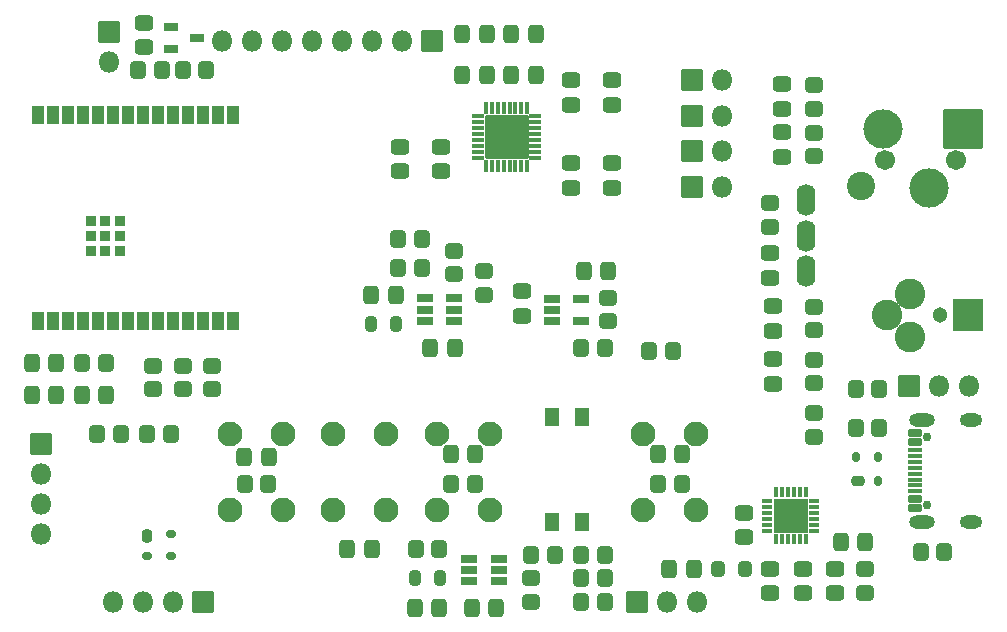
<source format=gbr>
%TF.GenerationSoftware,KiCad,Pcbnew,8.0.9-8.0.9-0~ubuntu24.04.1*%
%TF.CreationDate,2025-02-24T19:38:21+01:00*%
%TF.ProjectId,jack2bluetooth,6a61636b-3262-46c7-9565-746f6f74682e,v3.0*%
%TF.SameCoordinates,Original*%
%TF.FileFunction,Soldermask,Top*%
%TF.FilePolarity,Negative*%
%FSLAX46Y46*%
G04 Gerber Fmt 4.6, Leading zero omitted, Abs format (unit mm)*
G04 Created by KiCad (PCBNEW 8.0.9-8.0.9-0~ubuntu24.04.1) date 2025-02-24 19:38:21*
%MOMM*%
%LPD*%
G01*
G04 APERTURE LIST*
G04 Aperture macros list*
%AMRoundRect*
0 Rectangle with rounded corners*
0 $1 Rounding radius*
0 $2 $3 $4 $5 $6 $7 $8 $9 X,Y pos of 4 corners*
0 Add a 4 corners polygon primitive as box body*
4,1,4,$2,$3,$4,$5,$6,$7,$8,$9,$2,$3,0*
0 Add four circle primitives for the rounded corners*
1,1,$1+$1,$2,$3*
1,1,$1+$1,$4,$5*
1,1,$1+$1,$6,$7*
1,1,$1+$1,$8,$9*
0 Add four rect primitives between the rounded corners*
20,1,$1+$1,$2,$3,$4,$5,0*
20,1,$1+$1,$4,$5,$6,$7,0*
20,1,$1+$1,$6,$7,$8,$9,0*
20,1,$1+$1,$8,$9,$2,$3,0*%
G04 Aperture macros list end*
%ADD10RoundRect,0.271166X0.479634X-0.379634X0.479634X0.379634X-0.479634X0.379634X-0.479634X-0.379634X0*%
%ADD11RoundRect,0.274190X0.301610X0.376610X-0.301610X0.376610X-0.301610X-0.376610X0.301610X-0.376610X0*%
%ADD12RoundRect,0.271166X-0.379634X-0.479634X0.379634X-0.479634X0.379634X0.479634X-0.379634X0.479634X0*%
%ADD13RoundRect,0.271617X0.366683X0.504183X-0.366683X0.504183X-0.366683X-0.504183X0.366683X-0.504183X0*%
%ADD14RoundRect,0.050800X0.425000X-0.150000X0.425000X0.150000X-0.425000X0.150000X-0.425000X-0.150000X0*%
%ADD15RoundRect,0.050800X-0.150000X-0.425000X0.150000X-0.425000X0.150000X0.425000X-0.150000X0.425000X0*%
%ADD16RoundRect,0.050800X-1.775000X-1.775000X1.775000X-1.775000X1.775000X1.775000X-1.775000X1.775000X0*%
%ADD17RoundRect,0.271617X0.504183X-0.366683X0.504183X0.366683X-0.504183X0.366683X-0.504183X-0.366683X0*%
%ADD18RoundRect,0.271166X-0.479634X0.379634X-0.479634X-0.379634X0.479634X-0.379634X0.479634X0.379634X0*%
%ADD19RoundRect,0.050800X0.850000X-0.850000X0.850000X0.850000X-0.850000X0.850000X-0.850000X-0.850000X0*%
%ADD20O,1.801600X1.801600*%
%ADD21RoundRect,0.050800X0.575000X-0.300000X0.575000X0.300000X-0.575000X0.300000X-0.575000X-0.300000X0*%
%ADD22RoundRect,0.271166X0.379634X0.479634X-0.379634X0.479634X-0.379634X-0.479634X0.379634X-0.479634X0*%
%ADD23RoundRect,0.271617X-0.366683X-0.504183X0.366683X-0.504183X0.366683X0.504183X-0.366683X0.504183X0*%
%ADD24RoundRect,0.271617X-0.504183X0.366683X-0.504183X-0.366683X0.504183X-0.366683X0.504183X0.366683X0*%
%ADD25C,0.751600*%
%ADD26RoundRect,0.175400X0.450400X-0.175400X0.450400X0.175400X-0.450400X0.175400X-0.450400X-0.175400X0*%
%ADD27RoundRect,0.100400X0.525400X-0.100400X0.525400X0.100400X-0.525400X0.100400X-0.525400X-0.100400X0*%
%ADD28O,2.201600X1.101600*%
%ADD29O,1.901600X1.101600*%
%ADD30RoundRect,0.244150X-0.244150X-0.406650X0.244150X-0.406650X0.244150X0.406650X-0.244150X0.406650X0*%
%ADD31C,1.701600*%
%ADD32RoundRect,0.050800X1.612500X1.612500X-1.612500X1.612500X-1.612500X-1.612500X1.612500X-1.612500X0*%
%ADD33C,3.326600*%
%ADD34C,2.396600*%
%ADD35RoundRect,0.050800X0.550000X0.750000X-0.550000X0.750000X-0.550000X-0.750000X0.550000X-0.750000X0*%
%ADD36RoundRect,0.050800X0.625000X-0.300000X0.625000X0.300000X-0.625000X0.300000X-0.625000X-0.300000X0*%
%ADD37RoundRect,0.200400X0.350400X-0.200400X0.350400X0.200400X-0.350400X0.200400X-0.350400X-0.200400X0*%
%ADD38RoundRect,0.175400X0.175400X-0.225400X0.175400X0.225400X-0.175400X0.225400X-0.175400X-0.225400X0*%
%ADD39RoundRect,0.050800X-0.400000X0.150000X-0.400000X-0.150000X0.400000X-0.150000X0.400000X0.150000X0*%
%ADD40RoundRect,0.050800X0.150000X0.400000X-0.150000X0.400000X-0.150000X-0.400000X0.150000X-0.400000X0*%
%ADD41RoundRect,0.050800X1.400000X1.400000X-1.400000X1.400000X-1.400000X-1.400000X1.400000X-1.400000X0*%
%ADD42C,2.101600*%
%ADD43RoundRect,0.050800X-0.850000X0.850000X-0.850000X-0.850000X0.850000X-0.850000X0.850000X0.850000X0*%
%ADD44RoundRect,0.050800X-0.850000X-0.850000X0.850000X-0.850000X0.850000X0.850000X-0.850000X0.850000X0*%
%ADD45RoundRect,0.200400X-0.200400X-0.350400X0.200400X-0.350400X0.200400X0.350400X-0.200400X0.350400X0*%
%ADD46RoundRect,0.175400X-0.225400X-0.175400X0.225400X-0.175400X0.225400X0.175400X-0.225400X0.175400X0*%
%ADD47RoundRect,0.050800X0.450000X0.750000X-0.450000X0.750000X-0.450000X-0.750000X0.450000X-0.750000X0*%
%ADD48RoundRect,0.050800X0.400000X0.400000X-0.400000X0.400000X-0.400000X-0.400000X0.400000X-0.400000X0*%
%ADD49C,1.301600*%
%ADD50RoundRect,0.050800X1.250000X1.275000X-1.250000X1.275000X-1.250000X-1.275000X1.250000X-1.275000X0*%
%ADD51C,2.601600*%
%ADD52RoundRect,0.050800X0.600000X-0.300000X0.600000X0.300000X-0.600000X0.300000X-0.600000X-0.300000X0*%
%ADD53O,1.601600X2.701600*%
%ADD54RoundRect,0.050800X0.850000X0.850000X-0.850000X0.850000X-0.850000X-0.850000X0.850000X-0.850000X0*%
G04 APERTURE END LIST*
D10*
%TO.C,R37*%
X196750000Y-124750000D03*
X196750000Y-122750000D03*
%TD*%
D11*
%TO.C,L1*%
X218900000Y-148000000D03*
X216600000Y-148000000D03*
%TD*%
D12*
%TO.C,R3*%
X211500000Y-140750000D03*
X213500000Y-140750000D03*
%TD*%
D13*
%TO.C,C7*%
X197000000Y-106150000D03*
X194925000Y-106150000D03*
%TD*%
D14*
%TO.C,IC1*%
X196230000Y-109650000D03*
X196230000Y-110150000D03*
X196230000Y-110650000D03*
X196230000Y-111150000D03*
X196230000Y-111650000D03*
X196230000Y-112150000D03*
X196230000Y-112650000D03*
X196230000Y-113150000D03*
D15*
X196930000Y-113850000D03*
X197430000Y-113850000D03*
X197930000Y-113850000D03*
X198430000Y-113850000D03*
X198930000Y-113850000D03*
X199430000Y-113850000D03*
X199930000Y-113850000D03*
X200430000Y-113850000D03*
D14*
X201130000Y-113150000D03*
X201130000Y-112650000D03*
X201130000Y-112150000D03*
X201130000Y-111650000D03*
X201130000Y-111150000D03*
X201130000Y-110650000D03*
X201130000Y-110150000D03*
X201130000Y-109650000D03*
D15*
X200430000Y-108950000D03*
X199930000Y-108950000D03*
X199430000Y-108950000D03*
X198930000Y-108950000D03*
X198430000Y-108950000D03*
X197930000Y-108950000D03*
X197430000Y-108950000D03*
X196930000Y-108950000D03*
D16*
X198680000Y-111400000D03*
%TD*%
D13*
%TO.C,C32*%
X194287500Y-129250000D03*
X192212500Y-129250000D03*
%TD*%
D17*
%TO.C,C8*%
X221250000Y-127787500D03*
X221250000Y-125712500D03*
%TD*%
%TO.C,C18*%
X207630000Y-108650000D03*
X207630000Y-106575000D03*
%TD*%
D18*
%TO.C,R10*%
X224750000Y-130250000D03*
X224750000Y-132250000D03*
%TD*%
D13*
%TO.C,C4*%
X197000000Y-102650000D03*
X194925000Y-102650000D03*
%TD*%
D18*
%TO.C,R9*%
X224712500Y-125750000D03*
X224712500Y-127750000D03*
%TD*%
D19*
%TO.C,JP5*%
X214400000Y-115600000D03*
D20*
X216940000Y-115600000D03*
%TD*%
D21*
%TO.C,Q1*%
X170300000Y-102040000D03*
X170300000Y-103960000D03*
X172500000Y-103000000D03*
%TD*%
D22*
%TO.C,R39*%
X202750000Y-146750000D03*
X200750000Y-146750000D03*
%TD*%
D23*
%TO.C,C30*%
X162712500Y-133250000D03*
X164787500Y-133250000D03*
%TD*%
D17*
%TO.C,C9*%
X221250000Y-132287500D03*
X221250000Y-130212500D03*
%TD*%
%TO.C,C16*%
X223750000Y-150037500D03*
X223750000Y-147962500D03*
%TD*%
D10*
%TO.C,R4*%
X224750000Y-136750000D03*
X224750000Y-134750000D03*
%TD*%
D17*
%TO.C,C14*%
X204130000Y-108650000D03*
X204130000Y-106575000D03*
%TD*%
D13*
%TO.C,C33*%
X197825000Y-151250000D03*
X195750000Y-151250000D03*
%TD*%
D17*
%TO.C,C11*%
X168000000Y-103787500D03*
X168000000Y-101712500D03*
%TD*%
D12*
%TO.C,R1*%
X176500000Y-140750000D03*
X178500000Y-140750000D03*
%TD*%
D17*
%TO.C,C26*%
X218750000Y-145287500D03*
X218750000Y-143212500D03*
%TD*%
D24*
%TO.C,C21*%
X222000000Y-111000000D03*
X222000000Y-113075000D03*
%TD*%
D22*
%TO.C,R14*%
X207000000Y-150750000D03*
X205000000Y-150750000D03*
%TD*%
D12*
%TO.C,R23*%
X210750000Y-129500000D03*
X212750000Y-129500000D03*
%TD*%
D22*
%TO.C,R38*%
X207000000Y-146750000D03*
X205000000Y-146750000D03*
%TD*%
D24*
%TO.C,C25*%
X221000000Y-121212500D03*
X221000000Y-123287500D03*
%TD*%
D25*
%TO.C,J2*%
X234320000Y-142530000D03*
X234320000Y-136750000D03*
D26*
X233245000Y-142840000D03*
X233245000Y-142040000D03*
D27*
X233245000Y-140890000D03*
X233245000Y-139890000D03*
X233245000Y-139390000D03*
X233245000Y-138390000D03*
D26*
X233245000Y-137240000D03*
X233245000Y-136440000D03*
X233245000Y-136440000D03*
X233245000Y-137240000D03*
D27*
X233245000Y-137890000D03*
X233245000Y-138890000D03*
X233245000Y-140390000D03*
X233245000Y-141390000D03*
D26*
X233245000Y-142040000D03*
X233245000Y-142840000D03*
D28*
X233820000Y-143960000D03*
D29*
X238000000Y-143960000D03*
D28*
X233820000Y-135320000D03*
D29*
X238000000Y-135320000D03*
%TD*%
D23*
%TO.C,C3*%
X211462500Y-138250000D03*
X213537500Y-138250000D03*
%TD*%
D24*
%TO.C,C19*%
X207630000Y-113612500D03*
X207630000Y-115687500D03*
%TD*%
D10*
%TO.C,R15*%
X229000000Y-150000000D03*
X229000000Y-148000000D03*
%TD*%
D30*
%TO.C,L3*%
X190937500Y-148750000D03*
X193062500Y-148750000D03*
%TD*%
D22*
%TO.C,R6*%
X235750000Y-146500000D03*
X233750000Y-146500000D03*
%TD*%
D31*
%TO.C,J4*%
X236750000Y-113350000D03*
X230750000Y-113350000D03*
D32*
X237350000Y-110750000D03*
D33*
X230550000Y-110750000D03*
X234450000Y-115750000D03*
D34*
X228650000Y-115550000D03*
%TD*%
D23*
%TO.C,C37*%
X190925000Y-151250000D03*
X193000000Y-151250000D03*
%TD*%
D17*
%TO.C,C6*%
X193130000Y-114287500D03*
X193130000Y-112212500D03*
%TD*%
D13*
%TO.C,C12*%
X201167500Y-106150000D03*
X199092500Y-106150000D03*
%TD*%
D22*
%TO.C,R5*%
X230250000Y-136000000D03*
X228250000Y-136000000D03*
%TD*%
D12*
%TO.C,R19*%
X168250000Y-136500000D03*
X170250000Y-136500000D03*
%TD*%
D35*
%TO.C,IC6*%
X205040000Y-135100000D03*
X202500000Y-135100000D03*
X202500000Y-144000000D03*
X205040000Y-144000000D03*
%TD*%
D18*
%TO.C,R36*%
X194250000Y-121000000D03*
X194250000Y-123000000D03*
%TD*%
D22*
%TO.C,R11*%
X191500000Y-122500000D03*
X189500000Y-122500000D03*
%TD*%
D19*
%TO.C,JP3*%
X214400000Y-109600000D03*
D20*
X216940000Y-109600000D03*
%TD*%
D36*
%TO.C,IC4*%
X191750000Y-125050000D03*
X191750000Y-126000000D03*
X191750000Y-126950000D03*
X194250000Y-126950000D03*
X194250000Y-126000000D03*
X194250000Y-125050000D03*
%TD*%
D37*
%TO.C,D5*%
X228450000Y-140500000D03*
D38*
X230150000Y-140500000D03*
X230150000Y-138500000D03*
X228250000Y-138500000D03*
%TD*%
D17*
%TO.C,C20*%
X222000000Y-109000000D03*
X222000000Y-106925000D03*
%TD*%
D22*
%TO.C,R40*%
X193000000Y-146250000D03*
X191000000Y-146250000D03*
%TD*%
D30*
%TO.C,L2*%
X187187500Y-127250000D03*
X189312500Y-127250000D03*
%TD*%
D19*
%TO.C,JP4*%
X214400000Y-112600000D03*
D20*
X216940000Y-112600000D03*
%TD*%
D23*
%TO.C,C17*%
X226962500Y-145712500D03*
X229037500Y-145712500D03*
%TD*%
D39*
%TO.C,IC2*%
X224750000Y-144712500D03*
X224750000Y-144212500D03*
X224750000Y-143712500D03*
X224750000Y-143212500D03*
X224750000Y-142712500D03*
X224750000Y-142212500D03*
D40*
X224000000Y-141462500D03*
X223500000Y-141462500D03*
X223000000Y-141462500D03*
X222500000Y-141462500D03*
X222000000Y-141462500D03*
X221500000Y-141462500D03*
D39*
X220750000Y-142212500D03*
X220750000Y-142712500D03*
X220750000Y-143212500D03*
X220750000Y-143712500D03*
X220750000Y-144212500D03*
X220750000Y-144712500D03*
D40*
X221500000Y-145462500D03*
X222000000Y-145462500D03*
X222500000Y-145462500D03*
X223000000Y-145462500D03*
X223500000Y-145462500D03*
X224000000Y-145462500D03*
D41*
X222750000Y-143462500D03*
%TD*%
D19*
%TO.C,JP1*%
X232725000Y-132500000D03*
D20*
X235265000Y-132500000D03*
X237805000Y-132500000D03*
%TD*%
D19*
%TO.C,JP2*%
X214400000Y-106600000D03*
D20*
X216940000Y-106600000D03*
%TD*%
D18*
%TO.C,R16*%
X224750000Y-107000000D03*
X224750000Y-109000000D03*
%TD*%
D42*
%TO.C,SW6*%
X184000000Y-143000000D03*
X184000000Y-136500000D03*
X188500000Y-143000000D03*
X188500000Y-136500000D03*
%TD*%
D18*
%TO.C,R25*%
X207250000Y-125000000D03*
X207250000Y-127000000D03*
%TD*%
D13*
%TO.C,C13*%
X201167500Y-102650000D03*
X199092500Y-102650000D03*
%TD*%
%TO.C,C27*%
X160575000Y-130500000D03*
X158500000Y-130500000D03*
%TD*%
D18*
%TO.C,R35*%
X200750000Y-148750000D03*
X200750000Y-150750000D03*
%TD*%
D12*
%TO.C,R13*%
X205000000Y-148750000D03*
X207000000Y-148750000D03*
%TD*%
%TO.C,R26*%
X205010000Y-129250000D03*
X207010000Y-129250000D03*
%TD*%
%TO.C,R2*%
X194000000Y-140750000D03*
X196000000Y-140750000D03*
%TD*%
D43*
%TO.C,J3*%
X173000000Y-150750000D03*
D20*
X170460000Y-150750000D03*
X167920000Y-150750000D03*
X165380000Y-150750000D03*
%TD*%
D44*
%TO.C,J6*%
X159250000Y-137420000D03*
D20*
X159250000Y-139960000D03*
X159250000Y-142500000D03*
X159250000Y-145040000D03*
%TD*%
D12*
%TO.C,R33*%
X189500000Y-120000000D03*
X191500000Y-120000000D03*
%TD*%
D22*
%TO.C,R24*%
X164750000Y-130500000D03*
X162750000Y-130500000D03*
%TD*%
D36*
%TO.C,IC5*%
X195500000Y-147100000D03*
X195500000Y-148050000D03*
X195500000Y-149000000D03*
X198000000Y-149000000D03*
X198000000Y-148050000D03*
X198000000Y-147100000D03*
%TD*%
D45*
%TO.C,D6*%
X168250000Y-145200000D03*
D46*
X168250000Y-146900000D03*
X170250000Y-146900000D03*
X170250000Y-145000000D03*
%TD*%
D10*
%TO.C,R17*%
X224750000Y-113037500D03*
X224750000Y-111037500D03*
%TD*%
D23*
%TO.C,C1*%
X176462500Y-138500000D03*
X178537500Y-138500000D03*
%TD*%
D13*
%TO.C,C29*%
X187287500Y-146250000D03*
X185212500Y-146250000D03*
%TD*%
D23*
%TO.C,C2*%
X193962500Y-138250000D03*
X196037500Y-138250000D03*
%TD*%
D47*
%TO.C,IC3*%
X159000000Y-127000000D03*
X160270000Y-127000000D03*
X161540000Y-127000000D03*
X162810000Y-127000000D03*
X164080000Y-127000000D03*
X165350000Y-127000000D03*
X166620000Y-127000000D03*
X167890000Y-127000000D03*
X169160000Y-127000000D03*
X170430000Y-127000000D03*
X171700000Y-127000000D03*
X172970000Y-127000000D03*
X174240000Y-127000000D03*
X175510000Y-127000000D03*
X175510000Y-109500000D03*
X174240000Y-109500000D03*
X172970000Y-109500000D03*
X171700000Y-109500000D03*
X170430000Y-109500000D03*
X169160000Y-109500000D03*
X167890000Y-109500000D03*
X166620000Y-109500000D03*
X165350000Y-109500000D03*
X164080000Y-109500000D03*
X162810000Y-109500000D03*
X161540000Y-109500000D03*
X160270000Y-109500000D03*
X159000000Y-109500000D03*
D48*
X164720000Y-119755000D03*
X163470000Y-121005000D03*
X164720000Y-121005000D03*
X165970000Y-121005000D03*
X165970000Y-119755000D03*
X165970000Y-118505000D03*
X164720000Y-118505000D03*
X163470000Y-118505000D03*
X163470000Y-119755000D03*
%TD*%
D17*
%TO.C,C22*%
X226500000Y-150037500D03*
X226500000Y-147962500D03*
%TD*%
D18*
%TO.C,R29*%
X173750000Y-130750000D03*
X173750000Y-132750000D03*
%TD*%
D23*
%TO.C,C36*%
X187212500Y-124750000D03*
X189287500Y-124750000D03*
%TD*%
D17*
%TO.C,C23*%
X221000000Y-150037500D03*
X221000000Y-147962500D03*
%TD*%
D18*
%TO.C,R21*%
X168750000Y-130750000D03*
X168750000Y-132750000D03*
%TD*%
D22*
%TO.C,R18*%
X173250000Y-105750000D03*
X171250000Y-105750000D03*
%TD*%
D18*
%TO.C,R32*%
X171250000Y-130750000D03*
X171250000Y-132750000D03*
%TD*%
D12*
%TO.C,R34*%
X167500000Y-105750000D03*
X169500000Y-105750000D03*
%TD*%
D24*
%TO.C,C28*%
X200000000Y-124462500D03*
X200000000Y-126537500D03*
%TD*%
D13*
%TO.C,C10*%
X214537500Y-148000000D03*
X212462500Y-148000000D03*
%TD*%
D17*
%TO.C,C5*%
X189630000Y-114287500D03*
X189630000Y-112212500D03*
%TD*%
D22*
%TO.C,R20*%
X166000000Y-136500000D03*
X164000000Y-136500000D03*
%TD*%
D49*
%TO.C,J1*%
X235375000Y-126500000D03*
D50*
X237775000Y-126500000D03*
D51*
X232875000Y-124650000D03*
X232875000Y-128350000D03*
X230875000Y-126500000D03*
%TD*%
D52*
%TO.C,U1*%
X202500000Y-125100000D03*
X202500000Y-126050000D03*
X202500000Y-127000000D03*
X205000000Y-127000000D03*
X205000000Y-125100000D03*
%TD*%
D24*
%TO.C,C15*%
X204130000Y-113612500D03*
X204130000Y-115687500D03*
%TD*%
D12*
%TO.C,R12*%
X228250000Y-132750000D03*
X230250000Y-132750000D03*
%TD*%
D18*
%TO.C,R22*%
X221000000Y-117000000D03*
X221000000Y-119000000D03*
%TD*%
D23*
%TO.C,C31*%
X205212500Y-122750000D03*
X207287500Y-122750000D03*
%TD*%
D13*
%TO.C,C24*%
X160537500Y-133250000D03*
X158462500Y-133250000D03*
%TD*%
D19*
%TO.C,J9*%
X192410000Y-103250000D03*
D20*
X189870000Y-103250000D03*
X187330000Y-103250000D03*
X184790000Y-103250000D03*
X182250000Y-103250000D03*
X179710000Y-103250000D03*
X177170000Y-103250000D03*
X174630000Y-103250000D03*
%TD*%
D42*
%TO.C,SW1*%
X179750000Y-143000000D03*
X179750000Y-136500000D03*
X175250000Y-143000000D03*
X175250000Y-136500000D03*
%TD*%
D53*
%TO.C,SW5*%
X224000000Y-116750000D03*
X224000000Y-119750000D03*
X224000000Y-122750000D03*
%TD*%
D43*
%TO.C,J5*%
X209725000Y-150800000D03*
D20*
X212265000Y-150800000D03*
X214805000Y-150800000D03*
%TD*%
D54*
%TO.C,J7*%
X165000000Y-102460000D03*
D20*
X165000000Y-105000000D03*
%TD*%
D42*
%TO.C,SW3*%
X214750000Y-143000000D03*
X214750000Y-136500000D03*
X210250000Y-143000000D03*
X210250000Y-136500000D03*
%TD*%
%TO.C,SW2*%
X197250000Y-143000000D03*
X197250000Y-136500000D03*
X192750000Y-143000000D03*
X192750000Y-136500000D03*
%TD*%
M02*

</source>
